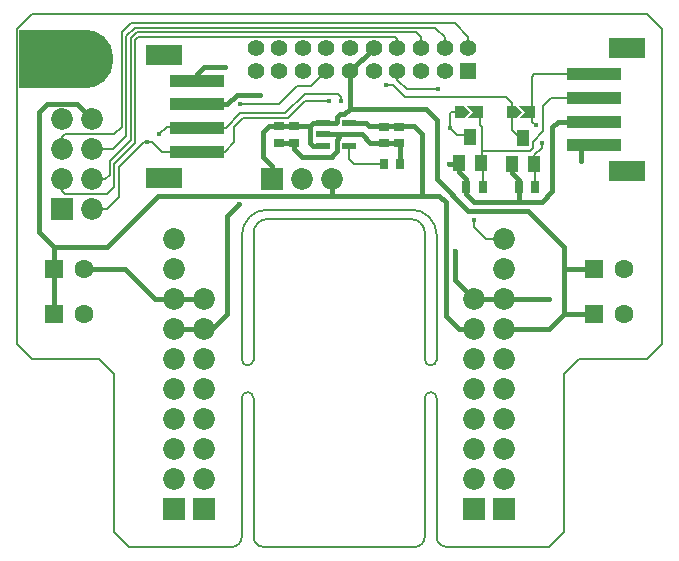
<source format=gtl>
G04 Layer_Physical_Order=1*
G04 Layer_Color=255*
%FSLAX43Y43*%
%MOMM*%
G71*
G01*
G75*
%ADD10R,6.000X5.000*%
%ADD11C,0.254*%
%ADD12R,1.000X1.400*%
%ADD13R,1.300X0.600*%
%ADD14R,0.890X0.640*%
%ADD15R,0.640X0.890*%
%ADD16R,0.640X1.000*%
%ADD17R,3.100X1.700*%
%ADD18R,4.600X1.100*%
%ADD19C,0.381*%
%ADD20C,0.127*%
%ADD21R,1.850X1.850*%
%ADD22C,1.850*%
%ADD23C,5.000*%
%ADD24R,1.850X1.850*%
%ADD25C,1.600*%
%ADD26R,1.600X1.600*%
%ADD27R,1.400X1.400*%
%ADD28C,1.400*%
%ADD29C,0.406*%
G36*
X39462Y-8755D02*
X38112D01*
X38612Y-8255D01*
X38112Y-7755D01*
X39462D01*
Y-8755D01*
D02*
G37*
G36*
X38362Y-8255D02*
X37862Y-8755D01*
X37062D01*
Y-7755D01*
X37862D01*
X38362Y-8255D01*
D02*
G37*
G36*
X43864Y-8755D02*
X42514D01*
X43014Y-8255D01*
X42514Y-7755D01*
X43864D01*
Y-8755D01*
D02*
G37*
G36*
X42764Y-8255D02*
X42264Y-8755D01*
X41464D01*
Y-7755D01*
X42264D01*
X42764Y-8255D01*
D02*
G37*
D10*
X3175Y-3810D02*
D03*
D11*
X37762Y-8255D02*
D03*
X38862D02*
D03*
X42164D02*
D03*
X43264D02*
D03*
D12*
X38354Y-10414D02*
D03*
X39304Y-12614D02*
D03*
X37404D02*
D03*
X42865Y-10500D02*
D03*
X43815Y-12700D02*
D03*
X41915D02*
D03*
D13*
X28155Y-9210D02*
D03*
Y-11110D02*
D03*
X25955D02*
D03*
Y-10160D02*
D03*
Y-9210D02*
D03*
D14*
X22225Y-9460D02*
D03*
Y-10860D02*
D03*
X32385Y-9525D02*
D03*
Y-10925D02*
D03*
X23495Y-9460D02*
D03*
Y-10860D02*
D03*
X31115Y-9525D02*
D03*
Y-10925D02*
D03*
D15*
X31052Y-12700D02*
D03*
X32451D02*
D03*
D16*
X38036Y-14605D02*
D03*
X39437D02*
D03*
X42480D02*
D03*
X43880D02*
D03*
D17*
X12490Y-13820D02*
D03*
Y-3420D02*
D03*
X51645Y-2880D02*
D03*
Y-13280D02*
D03*
D18*
X15240Y-11620D02*
D03*
Y-9620D02*
D03*
Y-7620D02*
D03*
Y-5620D02*
D03*
X48895Y-5080D02*
D03*
Y-7080D02*
D03*
Y-9080D02*
D03*
Y-11080D02*
D03*
D19*
X3175Y-21590D02*
Y-19685D01*
X1905Y-18415D02*
X3175Y-19685D01*
X35770Y-15367D02*
X36322Y-15919D01*
Y-25527D02*
Y-15919D01*
Y-25527D02*
X37465Y-26670D01*
X38735D01*
X28210Y-4810D02*
X30210Y-2810D01*
X5080Y-7620D02*
X6350Y-8890D01*
X2540Y-7620D02*
X5080D01*
X1905Y-8255D02*
X2540Y-7620D01*
X1905Y-18415D02*
Y-8255D01*
X3175Y-19685D02*
X7620D01*
X45085Y-26670D02*
X46355Y-25400D01*
X41275Y-26670D02*
X45085D01*
X46355Y-25400D02*
X48895D01*
X46355Y-21590D02*
X48895D01*
X46355Y-25400D02*
Y-21590D01*
Y-19685D01*
X26381Y-9230D02*
X26402Y-9210D01*
X28210Y-7985D02*
X34628D01*
X25080Y-9210D02*
X25955D01*
X24829Y-9462D02*
X25080Y-9210D01*
X28655D02*
X29594D01*
X34290Y-15367D02*
Y-10160D01*
Y-15367D02*
X35770D01*
X34628Y-7985D02*
X35560Y-8917D01*
X25080Y-11110D02*
X25955D01*
X24829Y-10858D02*
X25080Y-11110D01*
X24829Y-10858D02*
Y-9462D01*
X23495Y-11430D02*
X24130Y-12065D01*
X26670D01*
X27305Y-10160D02*
X29210D01*
X26670Y-15367D02*
Y-13970D01*
Y-15367D02*
X34290D01*
X16510Y-26670D02*
X17780Y-25400D01*
X47625Y-11080D02*
X47752Y-11207D01*
Y-12446D02*
Y-11207D01*
X41915Y-13467D02*
X42481Y-14033D01*
X45339Y-9525D02*
X45784Y-9080D01*
X47625D01*
X45339Y-14986D02*
Y-9525D01*
X44450Y-15875D02*
X45339Y-14986D01*
X37470Y-13340D02*
Y-12700D01*
Y-13340D02*
X38036Y-13906D01*
Y-15240D02*
X38672Y-15875D01*
X44450D01*
X35560Y-13970D02*
X38227Y-16637D01*
X43307D01*
X35560Y-13970D02*
Y-8917D01*
X43307Y-16637D02*
X46355Y-19685D01*
X20828Y-9969D02*
X21336Y-9462D01*
X20828Y-12065D02*
X21590Y-12827D01*
Y-13970D02*
Y-12827D01*
X20828Y-12065D02*
Y-9969D01*
X17780Y-17044D02*
X18809Y-16015D01*
X17780Y-25400D02*
Y-17044D01*
X5715Y-21590D02*
X9144D01*
X11684Y-24130D01*
X37084Y-22479D02*
X38735Y-24130D01*
X37084Y-22479D02*
Y-20066D01*
X41915Y-13467D02*
Y-12700D01*
X25975Y-9230D02*
X26381D01*
X25955Y-10160D02*
X27305D01*
Y-10381D02*
Y-10160D01*
X27060Y-10626D02*
X27305Y-10381D01*
X27060Y-11583D02*
Y-10626D01*
X26670Y-12065D02*
Y-11974D01*
X27060Y-11583D01*
X26402Y-9210D02*
X26985D01*
X28210Y-7985D02*
Y-4810D01*
X26985Y-9210D02*
X27060Y-9134D01*
Y-8726D01*
X27321Y-8465D01*
X27730D01*
X28210Y-7985D01*
X23495Y-11430D02*
Y-10860D01*
Y-10858D01*
X29210Y-10160D02*
X29909Y-10858D01*
X33591Y-9462D02*
X34290Y-10160D01*
X29594Y-9210D02*
X29845Y-9462D01*
X38036Y-15240D02*
Y-14605D01*
Y-13906D01*
X3175Y-25400D02*
Y-21590D01*
X11684Y-24130D02*
X13335D01*
X15875D01*
X38735D02*
X41275D01*
X45085D01*
X13335Y-26670D02*
X15875D01*
X16510D01*
X21336Y-9462D02*
X24829D01*
X7620Y-19685D02*
X11938Y-15367D01*
X26670D01*
X29845Y-9462D02*
X33591D01*
X18605Y-6795D02*
X20574D01*
X17780Y-7620D02*
X18605Y-6795D01*
X15875Y-4445D02*
X17653D01*
X15240Y-5080D02*
X15875Y-4445D01*
X15240Y-5620D02*
Y-5080D01*
X42481Y-15811D02*
Y-14033D01*
X17145Y-7620D02*
X17780D01*
X36576Y-12700D02*
X37470D01*
X22225Y-10858D02*
X23495D01*
X32449Y-12700D02*
Y-10922D01*
X29909Y-10858D02*
X32385D01*
X32449Y-10922D01*
D20*
X22590Y-1893D02*
X22603Y-1905D01*
X23817D01*
X23830Y-1893D01*
X7620Y-15240D02*
X8255Y-14605D01*
Y-12700D01*
X10033Y-10922D02*
Y-2147D01*
X10287Y-1893D01*
X8255Y-12700D02*
X10033Y-10922D01*
X10287Y-1893D02*
X22590D01*
X9652Y-1989D02*
X10129Y-1512D01*
X9652Y-10668D02*
Y-1989D01*
X9271Y-1831D02*
X9971Y-1130D01*
X8890Y-1524D02*
X9665Y-749D01*
X19177Y-8763D02*
X22987D01*
X24384Y-7366D01*
X26416D01*
X22733Y-8382D02*
X24384Y-6731D01*
X36703Y-9652D02*
X37251Y-10200D01*
X36703Y-9652D02*
Y-8382D01*
X36830Y-8255D01*
X39370Y-12700D02*
X39433Y-12764D01*
X39180Y-9335D02*
Y-8255D01*
Y-9335D02*
X39370Y-9525D01*
X43625Y-9080D02*
Y-5271D01*
X43815Y-5080D01*
X47625D01*
X18923Y-8382D02*
X22733D01*
X22225Y-7620D02*
X23749Y-6096D01*
X24924D01*
X26210Y-4810D01*
X18923Y-7620D02*
X22225D01*
X44577Y-7747D02*
X45244Y-7080D01*
X44577Y-9879D02*
Y-7747D01*
X45244Y-7080D02*
X47625D01*
X41910Y-9779D02*
X42331Y-10200D01*
X41402Y-6985D02*
X41910Y-7493D01*
X39751Y-19050D02*
X41275D01*
X38735Y-18034D02*
X39751Y-19050D01*
X38735Y-18034D02*
Y-17399D01*
X3810Y-11430D02*
Y-10414D01*
X4064Y-10160D01*
X6350Y-11430D02*
X8128D01*
X9271Y-10287D01*
Y-1831D01*
X8255Y-10160D02*
X8890Y-9525D01*
Y-1524D01*
X4064Y-10160D02*
X8255D01*
X3810Y-14986D02*
Y-13970D01*
Y-14986D02*
X4064Y-15240D01*
X7620D01*
X31992Y-1893D02*
X32210Y-2111D01*
Y-2810D02*
Y-2111D01*
X34210Y-2810D02*
Y-1952D01*
X33770Y-1512D02*
X34210Y-1952D01*
X10129Y-1512D02*
X33770D01*
X36210Y-2810D02*
Y-1920D01*
X35421Y-1130D02*
X36210Y-1920D01*
X9971Y-1130D02*
X35421D01*
X38210Y-2810D02*
Y-1888D01*
X37071Y-749D02*
X38210Y-1888D01*
X9665Y-749D02*
X37071D01*
X31242Y-5969D02*
X31877D01*
X32893Y-6985D01*
X41402D01*
X32210Y-5540D02*
Y-4810D01*
Y-5540D02*
X33020Y-6350D01*
X35687D01*
X27432Y-7366D02*
Y-6985D01*
X27178Y-6731D02*
X27432Y-6985D01*
X44450Y-11303D02*
Y-10922D01*
X43815Y-11938D02*
X44450Y-11303D01*
X43625Y-9080D02*
X43942Y-9398D01*
X6350Y-16510D02*
X7620D01*
X8636Y-15494D01*
Y-12954D01*
X10795Y-10795D01*
X11049D01*
X6350Y-13970D02*
X7493D01*
X7874Y-13589D01*
Y-12446D01*
X9652Y-10668D01*
X43815Y-12700D02*
X43879Y-12764D01*
X41910Y-9779D02*
Y-7493D01*
X36830Y-8255D02*
X37465D01*
X43682Y-11332D02*
Y-10773D01*
X44577Y-9879D01*
X43457Y-11557D02*
X43682Y-11332D01*
X39370Y-11557D02*
X43457D01*
X39370D02*
Y-9525D01*
X24384Y-6731D02*
X27178D01*
X28155Y-12280D02*
X28575Y-12700D01*
X31052D01*
X28155Y-12280D02*
Y-11110D01*
X23830Y-1893D02*
X31992D01*
X42331Y-10200D02*
X42865D01*
X43815Y-12700D02*
Y-11938D01*
X37251Y-10200D02*
X38420D01*
X12065Y-10160D02*
X12700Y-9525D01*
X15145D01*
X15240Y-9620D01*
X17685D02*
X18923Y-8382D01*
X11049Y-10795D02*
X11430D01*
X12255Y-11620D01*
X18415Y-9525D02*
X19177Y-8763D01*
X18415Y-10795D02*
Y-9525D01*
X17590Y-11620D02*
X18415Y-10795D01*
X39370Y-12700D02*
Y-11557D01*
X39433Y-14605D02*
Y-12764D01*
X43879Y-14605D02*
Y-12764D01*
X15240Y-9620D02*
X17685D01*
X12255Y-11620D02*
X15240D01*
X17590D01*
X33689Y-45085D02*
G03*
X34535Y-44239I0J846D01*
G01*
X20035D02*
G03*
X20881Y-45085I846J0D01*
G01*
X20035Y-32485D02*
G03*
X19035Y-32485I-500J0D01*
G01*
X18189Y-45085D02*
G03*
X19035Y-44239I-0J846D01*
G01*
X35535Y-32485D02*
G03*
X34535Y-32485I-500J0D01*
G01*
Y-29220D02*
G03*
X35535Y-29220I500J0D01*
G01*
Y-18669D02*
G03*
X33386Y-16520I-2149J0D01*
G01*
X34535Y-18510D02*
G03*
X33345Y-17320I-1190J0D01*
G01*
X21225D02*
G03*
X20035Y-18510I0J-1190D01*
G01*
X21229Y-16520D02*
G03*
X19035Y-18714I0J-2194D01*
G01*
Y-29220D02*
G03*
X20035Y-29220I500J0D01*
G01*
X35535Y-44239D02*
G03*
X36381Y-45085I846J0D01*
G01*
X54610Y-27940D02*
Y-1270D01*
X53340Y0D02*
X54610Y-1270D01*
X1270Y0D02*
X53340D01*
X46355Y-43815D02*
Y-30480D01*
X36381Y-45085D02*
X45085D01*
X46355Y-43815D01*
X8255D02*
Y-30480D01*
Y-43815D02*
X9525Y-45085D01*
X18189D01*
X0Y-27940D02*
Y-1270D01*
X1270Y0D01*
X20881Y-45085D02*
X33689D01*
X20035Y-44239D02*
Y-32520D01*
X19035Y-44239D02*
X19035Y-32520D01*
X35535D02*
X35535Y-44239D01*
X34535Y-44239D02*
Y-32520D01*
X46355Y-30480D02*
X47625Y-29210D01*
X53340D02*
X54610Y-27940D01*
X47625Y-29210D02*
X53340D01*
X0Y-27940D02*
X1270Y-29210D01*
X6985D01*
X8255Y-30480D01*
X35535Y-29220D02*
Y-18669D01*
X34535Y-29220D02*
Y-18510D01*
X21229Y-16520D02*
X33386D01*
X21225Y-17320D02*
X33345D01*
X20035Y-29220D02*
Y-18510D01*
X19035Y-29220D02*
Y-18714D01*
D21*
X3810Y-16510D02*
D03*
X13335Y-41910D02*
D03*
X41275D02*
D03*
X15875D02*
D03*
X38735D02*
D03*
D22*
X3810Y-13970D02*
D03*
Y-11430D02*
D03*
Y-8890D02*
D03*
X6350D02*
D03*
Y-11430D02*
D03*
Y-13970D02*
D03*
Y-16510D02*
D03*
X24130Y-13970D02*
D03*
X26670D02*
D03*
X13335Y-39370D02*
D03*
Y-36830D02*
D03*
Y-34290D02*
D03*
Y-31750D02*
D03*
Y-29210D02*
D03*
Y-26670D02*
D03*
Y-24130D02*
D03*
Y-21590D02*
D03*
Y-19050D02*
D03*
X41275Y-39370D02*
D03*
Y-36830D02*
D03*
Y-34290D02*
D03*
Y-31750D02*
D03*
Y-29210D02*
D03*
Y-26670D02*
D03*
Y-24130D02*
D03*
Y-21590D02*
D03*
Y-19050D02*
D03*
X15875Y-29210D02*
D03*
Y-31750D02*
D03*
Y-39370D02*
D03*
Y-36830D02*
D03*
Y-34290D02*
D03*
Y-26670D02*
D03*
Y-24130D02*
D03*
X38735Y-29210D02*
D03*
Y-31750D02*
D03*
Y-39370D02*
D03*
Y-36830D02*
D03*
Y-34290D02*
D03*
Y-26670D02*
D03*
Y-24130D02*
D03*
D23*
X5715Y-3810D02*
D03*
D24*
X21590Y-13970D02*
D03*
D25*
X5715Y-21590D02*
D03*
X51435D02*
D03*
X5715Y-25400D02*
D03*
X51435D02*
D03*
D26*
X3175Y-21590D02*
D03*
X48895D02*
D03*
X3175Y-25400D02*
D03*
X48895D02*
D03*
D27*
X38210Y-4810D02*
D03*
D28*
X36210D02*
D03*
X34210D02*
D03*
X32210D02*
D03*
X30210D02*
D03*
X28210D02*
D03*
X26210D02*
D03*
X24210D02*
D03*
X38210Y-2810D02*
D03*
X36210D02*
D03*
X34210D02*
D03*
X32210D02*
D03*
X30210D02*
D03*
X28210D02*
D03*
X26210D02*
D03*
X24210D02*
D03*
X22210D02*
D03*
Y-4810D02*
D03*
X20210D02*
D03*
Y-2810D02*
D03*
D29*
X27432Y-7366D02*
D03*
X26416D02*
D03*
X36703Y-9652D02*
D03*
X35687Y-6350D02*
D03*
X18923Y-7620D02*
D03*
X20574Y-6795D02*
D03*
X31242Y-5969D02*
D03*
X47752Y-12446D02*
D03*
X36576Y-12700D02*
D03*
X38735Y-17399D02*
D03*
X44450Y-10922D02*
D03*
X43942Y-9398D02*
D03*
X18809Y-16015D02*
D03*
X17653Y-4445D02*
D03*
X26670Y-12065D02*
D03*
X45085Y-24130D02*
D03*
X37084Y-20066D02*
D03*
X12065Y-10160D02*
D03*
X11049Y-10795D02*
D03*
M02*

</source>
